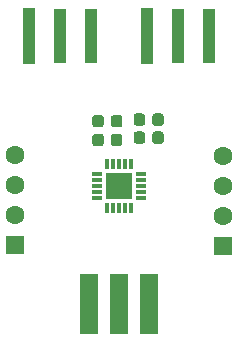
<source format=gbr>
%TF.GenerationSoftware,KiCad,Pcbnew,(5.1.6-rc1-6-g4e217d402)-1*%
%TF.CreationDate,2020-05-13T11:44:56-04:00*%
%TF.ProjectId,RF_Switch,52465f53-7769-4746-9368-2e6b69636164,rev?*%
%TF.SameCoordinates,Original*%
%TF.FileFunction,Soldermask,Top*%
%TF.FilePolarity,Negative*%
%FSLAX46Y46*%
G04 Gerber Fmt 4.6, Leading zero omitted, Abs format (unit mm)*
G04 Created by KiCad (PCBNEW (5.1.6-rc1-6-g4e217d402)-1) date 2020-05-13 11:44:56*
%MOMM*%
%LPD*%
G01*
G04 APERTURE LIST*
%ADD10R,1.600000X5.180000*%
%ADD11R,1.620000X5.180000*%
%ADD12R,1.100000X4.660000*%
%ADD13R,1.100000X4.750000*%
%ADD14R,1.600000X1.600000*%
%ADD15C,1.600000*%
%ADD16R,2.160000X2.160000*%
%ADD17R,0.350000X0.910000*%
%ADD18R,0.910000X0.350000*%
G04 APERTURE END LIST*
%TO.C,C2*%
G36*
G01*
X164312500Y-69781250D02*
X164312500Y-69218750D01*
G75*
G02*
X164556250Y-68975000I243750J0D01*
G01*
X165043750Y-68975000D01*
G75*
G02*
X165287500Y-69218750I0J-243750D01*
G01*
X165287500Y-69781250D01*
G75*
G02*
X165043750Y-70025000I-243750J0D01*
G01*
X164556250Y-70025000D01*
G75*
G02*
X164312500Y-69781250I0J243750D01*
G01*
G37*
G36*
G01*
X162737500Y-69781250D02*
X162737500Y-69218750D01*
G75*
G02*
X162981250Y-68975000I243750J0D01*
G01*
X163468750Y-68975000D01*
G75*
G02*
X163712500Y-69218750I0J-243750D01*
G01*
X163712500Y-69781250D01*
G75*
G02*
X163468750Y-70025000I-243750J0D01*
G01*
X162981250Y-70025000D01*
G75*
G02*
X162737500Y-69781250I0J243750D01*
G01*
G37*
%TD*%
D10*
%TO.C,J3*%
X162460000Y-85000000D03*
X167540000Y-85000000D03*
D11*
X165000000Y-85000000D03*
%TD*%
D12*
%TO.C,J4*%
X172620000Y-62300000D03*
D13*
X167380000Y-62300000D03*
D12*
X170000000Y-62300000D03*
%TD*%
%TO.C,J1*%
X162620000Y-62300000D03*
D13*
X157380000Y-62300000D03*
D12*
X160000000Y-62300000D03*
%TD*%
%TO.C,R2*%
G36*
G01*
X167212500Y-70618750D02*
X167212500Y-71181250D01*
G75*
G02*
X166968750Y-71425000I-243750J0D01*
G01*
X166481250Y-71425000D01*
G75*
G02*
X166237500Y-71181250I0J243750D01*
G01*
X166237500Y-70618750D01*
G75*
G02*
X166481250Y-70375000I243750J0D01*
G01*
X166968750Y-70375000D01*
G75*
G02*
X167212500Y-70618750I0J-243750D01*
G01*
G37*
G36*
G01*
X168787500Y-70618750D02*
X168787500Y-71181250D01*
G75*
G02*
X168543750Y-71425000I-243750J0D01*
G01*
X168056250Y-71425000D01*
G75*
G02*
X167812500Y-71181250I0J243750D01*
G01*
X167812500Y-70618750D01*
G75*
G02*
X168056250Y-70375000I243750J0D01*
G01*
X168543750Y-70375000D01*
G75*
G02*
X168787500Y-70618750I0J-243750D01*
G01*
G37*
%TD*%
%TO.C,R1*%
G36*
G01*
X167210000Y-69088750D02*
X167210000Y-69651250D01*
G75*
G02*
X166966250Y-69895000I-243750J0D01*
G01*
X166478750Y-69895000D01*
G75*
G02*
X166235000Y-69651250I0J243750D01*
G01*
X166235000Y-69088750D01*
G75*
G02*
X166478750Y-68845000I243750J0D01*
G01*
X166966250Y-68845000D01*
G75*
G02*
X167210000Y-69088750I0J-243750D01*
G01*
G37*
G36*
G01*
X168785000Y-69088750D02*
X168785000Y-69651250D01*
G75*
G02*
X168541250Y-69895000I-243750J0D01*
G01*
X168053750Y-69895000D01*
G75*
G02*
X167810000Y-69651250I0J243750D01*
G01*
X167810000Y-69088750D01*
G75*
G02*
X168053750Y-68845000I243750J0D01*
G01*
X168541250Y-68845000D01*
G75*
G02*
X168785000Y-69088750I0J-243750D01*
G01*
G37*
%TD*%
D14*
%TO.C,J5*%
X173800000Y-80080000D03*
D15*
X173800000Y-77540000D03*
X173800000Y-75000000D03*
X173800000Y-72460000D03*
%TD*%
%TO.C,C1*%
G36*
G01*
X164312500Y-71381250D02*
X164312500Y-70818750D01*
G75*
G02*
X164556250Y-70575000I243750J0D01*
G01*
X165043750Y-70575000D01*
G75*
G02*
X165287500Y-70818750I0J-243750D01*
G01*
X165287500Y-71381250D01*
G75*
G02*
X165043750Y-71625000I-243750J0D01*
G01*
X164556250Y-71625000D01*
G75*
G02*
X164312500Y-71381250I0J243750D01*
G01*
G37*
G36*
G01*
X162737500Y-71381250D02*
X162737500Y-70818750D01*
G75*
G02*
X162981250Y-70575000I243750J0D01*
G01*
X163468750Y-70575000D01*
G75*
G02*
X163712500Y-70818750I0J-243750D01*
G01*
X163712500Y-71381250D01*
G75*
G02*
X163468750Y-71625000I-243750J0D01*
G01*
X162981250Y-71625000D01*
G75*
G02*
X162737500Y-71381250I0J243750D01*
G01*
G37*
%TD*%
D16*
%TO.C,U1*%
X165000000Y-75000000D03*
D17*
X164000000Y-76845000D03*
X164500000Y-76845000D03*
X165000000Y-76845000D03*
X165500000Y-76845000D03*
X166000000Y-76845000D03*
X166000000Y-73155000D03*
X165500000Y-73155000D03*
X165000000Y-73155000D03*
X164500000Y-73155000D03*
X164000000Y-73155000D03*
D18*
X166845000Y-76000000D03*
X166845000Y-75500000D03*
X166845000Y-75000000D03*
X166845000Y-74500000D03*
X166845000Y-74000000D03*
X163155000Y-76000000D03*
X163155000Y-75500000D03*
X163155000Y-75000000D03*
X163155000Y-74500000D03*
X163155000Y-74000000D03*
%TD*%
D14*
%TO.C,J2*%
X156200000Y-80000000D03*
D15*
X156200000Y-77460000D03*
X156200000Y-74920000D03*
X156200000Y-72380000D03*
%TD*%
M02*

</source>
